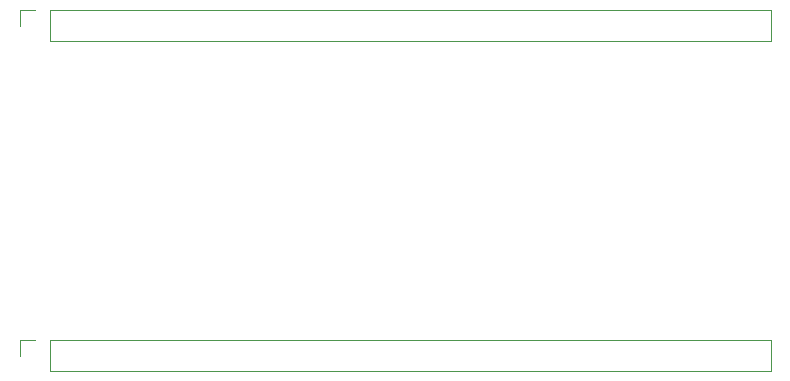
<source format=gbr>
%TF.GenerationSoftware,KiCad,Pcbnew,(5.1.9)-1*%
%TF.CreationDate,2021-12-20T00:17:31+00:00*%
%TF.ProjectId,BM83 breakout,424d3833-2062-4726-9561-6b6f75742e6b,rev?*%
%TF.SameCoordinates,Original*%
%TF.FileFunction,Legend,Bot*%
%TF.FilePolarity,Positive*%
%FSLAX46Y46*%
G04 Gerber Fmt 4.6, Leading zero omitted, Abs format (unit mm)*
G04 Created by KiCad (PCBNEW (5.1.9)-1) date 2021-12-20 00:17:31*
%MOMM*%
%LPD*%
G01*
G04 APERTURE LIST*
%ADD10C,0.120000*%
G04 APERTURE END LIST*
D10*
%TO.C,J1*%
X135950000Y-110430000D02*
X135950000Y-113090000D01*
X74930000Y-110430000D02*
X135950000Y-110430000D01*
X74930000Y-113090000D02*
X135950000Y-113090000D01*
X74930000Y-110430000D02*
X74930000Y-113090000D01*
X73660000Y-110430000D02*
X72330000Y-110430000D01*
X72330000Y-110430000D02*
X72330000Y-111760000D01*
%TO.C,J2*%
X135950000Y-82490000D02*
X135950000Y-85150000D01*
X74930000Y-82490000D02*
X135950000Y-82490000D01*
X74930000Y-85150000D02*
X135950000Y-85150000D01*
X74930000Y-82490000D02*
X74930000Y-85150000D01*
X73660000Y-82490000D02*
X72330000Y-82490000D01*
X72330000Y-82490000D02*
X72330000Y-83820000D01*
%TD*%
M02*

</source>
